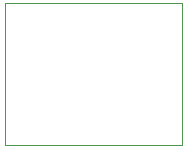
<source format=gm1>
%TF.GenerationSoftware,KiCad,Pcbnew,8.0.4*%
%TF.CreationDate,2025-01-06T14:25:35+00:00*%
%TF.ProjectId,soic_8_breakout,736f6963-5f38-45f6-9272-65616b6f7574,rev?*%
%TF.SameCoordinates,Original*%
%TF.FileFunction,Profile,NP*%
%FSLAX46Y46*%
G04 Gerber Fmt 4.6, Leading zero omitted, Abs format (unit mm)*
G04 Created by KiCad (PCBNEW 8.0.4) date 2025-01-06 14:25:35*
%MOMM*%
%LPD*%
G01*
G04 APERTURE LIST*
%TA.AperFunction,Profile*%
%ADD10C,0.050000*%
%TD*%
G04 APERTURE END LIST*
D10*
X50000000Y-50000000D02*
X65000000Y-50000000D01*
X65000000Y-62000000D01*
X50000000Y-62000000D01*
X50000000Y-50000000D01*
M02*

</source>
